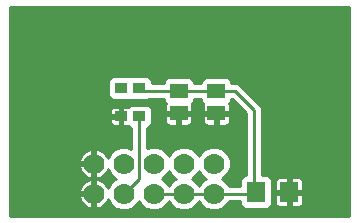
<source format=gtl>
G75*
%MOIN*%
%OFA0B0*%
%FSLAX25Y25*%
%IPPOS*%
%LPD*%
%AMOC8*
5,1,8,0,0,1.08239X$1,22.5*
%
%ADD10R,0.06299X0.07087*%
%ADD11R,0.05906X0.05118*%
%ADD12C,0.07000*%
%ADD13R,0.04331X0.03543*%
%ADD14C,0.01000*%
%ADD15C,0.02781*%
D10*
X0087986Y0045502D03*
X0099010Y0045502D03*
D11*
X0074748Y0071762D03*
X0074748Y0079242D03*
X0062248Y0079242D03*
X0062248Y0071762D03*
D12*
X0063941Y0055000D03*
X0073941Y0055000D03*
X0073941Y0045000D03*
X0063941Y0045000D03*
X0053941Y0045000D03*
X0043941Y0045000D03*
X0033941Y0045000D03*
X0033941Y0055000D03*
X0043941Y0055000D03*
X0053941Y0055000D03*
D13*
X0048951Y0070778D03*
X0043045Y0070778D03*
X0043045Y0080226D03*
X0048951Y0080226D03*
D14*
X0006000Y0107242D02*
X0006000Y0037502D01*
X0119047Y0037502D01*
X0119047Y0107242D01*
X0006000Y0107242D01*
X0006000Y0106892D02*
X0119047Y0106892D01*
X0119047Y0105893D02*
X0006000Y0105893D01*
X0006000Y0104895D02*
X0119047Y0104895D01*
X0119047Y0103896D02*
X0006000Y0103896D01*
X0006000Y0102898D02*
X0119047Y0102898D01*
X0119047Y0101899D02*
X0006000Y0101899D01*
X0006000Y0100901D02*
X0119047Y0100901D01*
X0119047Y0099902D02*
X0006000Y0099902D01*
X0006000Y0098904D02*
X0119047Y0098904D01*
X0119047Y0097905D02*
X0006000Y0097905D01*
X0006000Y0096907D02*
X0119047Y0096907D01*
X0119047Y0095908D02*
X0006000Y0095908D01*
X0006000Y0094910D02*
X0119047Y0094910D01*
X0119047Y0093911D02*
X0006000Y0093911D01*
X0006000Y0092913D02*
X0119047Y0092913D01*
X0119047Y0091914D02*
X0006000Y0091914D01*
X0006000Y0090916D02*
X0119047Y0090916D01*
X0119047Y0089917D02*
X0006000Y0089917D01*
X0006000Y0088919D02*
X0119047Y0088919D01*
X0119047Y0087920D02*
X0006000Y0087920D01*
X0006000Y0086922D02*
X0119047Y0086922D01*
X0119047Y0085923D02*
X0006000Y0085923D01*
X0006000Y0084925D02*
X0119047Y0084925D01*
X0119047Y0083926D02*
X0052158Y0083926D01*
X0051986Y0084098D02*
X0040010Y0084098D01*
X0038780Y0082868D01*
X0038780Y0077585D01*
X0040010Y0076355D01*
X0051986Y0076355D01*
X0052273Y0076642D01*
X0057195Y0076642D01*
X0057195Y0075813D01*
X0057975Y0075034D01*
X0057898Y0074900D01*
X0057795Y0074518D01*
X0057795Y0072262D01*
X0061748Y0072262D01*
X0061748Y0071262D01*
X0057795Y0071262D01*
X0057795Y0069005D01*
X0057898Y0068624D01*
X0058095Y0068282D01*
X0058374Y0068002D01*
X0058716Y0067805D01*
X0059098Y0067703D01*
X0061748Y0067703D01*
X0061748Y0071262D01*
X0062748Y0071262D01*
X0062748Y0072262D01*
X0066701Y0072262D01*
X0066701Y0074518D01*
X0066599Y0074900D01*
X0066521Y0075034D01*
X0067301Y0075813D01*
X0067301Y0076642D01*
X0069695Y0076642D01*
X0069695Y0075813D01*
X0070475Y0075034D01*
X0070398Y0074900D01*
X0070295Y0074518D01*
X0070295Y0072262D01*
X0074248Y0072262D01*
X0074248Y0071262D01*
X0070295Y0071262D01*
X0070295Y0069005D01*
X0070398Y0068624D01*
X0070595Y0068282D01*
X0070874Y0068002D01*
X0071216Y0067805D01*
X0071598Y0067703D01*
X0074248Y0067703D01*
X0074248Y0071262D01*
X0075248Y0071262D01*
X0075248Y0072262D01*
X0079201Y0072262D01*
X0079201Y0074518D01*
X0079099Y0074900D01*
X0079021Y0075034D01*
X0079801Y0075813D01*
X0079801Y0076652D01*
X0079921Y0076652D01*
X0084648Y0071925D01*
X0084648Y0051145D01*
X0083967Y0051145D01*
X0082737Y0049915D01*
X0082737Y0047600D01*
X0078925Y0047600D01*
X0078688Y0048172D01*
X0077113Y0049747D01*
X0076503Y0050000D01*
X0077113Y0050253D01*
X0078688Y0051828D01*
X0079541Y0053886D01*
X0079541Y0056114D01*
X0078688Y0058172D01*
X0077113Y0059747D01*
X0075055Y0060600D01*
X0072827Y0060600D01*
X0070769Y0059747D01*
X0069193Y0058172D01*
X0068941Y0057562D01*
X0068688Y0058172D01*
X0067113Y0059747D01*
X0065055Y0060600D01*
X0062827Y0060600D01*
X0060769Y0059747D01*
X0059193Y0058172D01*
X0058941Y0057562D01*
X0058688Y0058172D01*
X0057113Y0059747D01*
X0055055Y0060600D01*
X0052827Y0060600D01*
X0051551Y0060071D01*
X0051551Y0066906D01*
X0051986Y0066906D01*
X0053216Y0068136D01*
X0053216Y0073419D01*
X0051986Y0074649D01*
X0045916Y0074649D01*
X0045316Y0074049D01*
X0043431Y0074049D01*
X0043431Y0071163D01*
X0042659Y0071163D01*
X0042659Y0070392D01*
X0039380Y0070392D01*
X0039380Y0068808D01*
X0039482Y0068427D01*
X0039680Y0068085D01*
X0039959Y0067806D01*
X0040301Y0067608D01*
X0040682Y0067506D01*
X0042659Y0067506D01*
X0042659Y0070392D01*
X0043431Y0070392D01*
X0043431Y0067506D01*
X0045316Y0067506D01*
X0045916Y0066906D01*
X0046351Y0066906D01*
X0046351Y0060063D01*
X0045055Y0060600D01*
X0042827Y0060600D01*
X0040769Y0059747D01*
X0039193Y0058172D01*
X0038619Y0056784D01*
X0038575Y0056919D01*
X0038217Y0057621D01*
X0037755Y0058257D01*
X0037198Y0058814D01*
X0036562Y0059276D01*
X0035860Y0059634D01*
X0035112Y0059877D01*
X0034441Y0059983D01*
X0034441Y0055500D01*
X0033441Y0055500D01*
X0033441Y0059983D01*
X0032770Y0059877D01*
X0032022Y0059634D01*
X0031320Y0059276D01*
X0030684Y0058814D01*
X0030127Y0058257D01*
X0029665Y0057621D01*
X0029307Y0056919D01*
X0029064Y0056171D01*
X0028958Y0055500D01*
X0033441Y0055500D01*
X0033441Y0054500D01*
X0034441Y0054500D01*
X0034441Y0050017D01*
X0035112Y0050123D01*
X0035860Y0050366D01*
X0036562Y0050724D01*
X0037198Y0051186D01*
X0037755Y0051743D01*
X0038217Y0052379D01*
X0038575Y0053081D01*
X0038619Y0053216D01*
X0039193Y0051828D01*
X0040769Y0050253D01*
X0041379Y0050000D01*
X0040769Y0049747D01*
X0039193Y0048172D01*
X0038619Y0046784D01*
X0038575Y0046919D01*
X0038217Y0047621D01*
X0037755Y0048257D01*
X0037198Y0048814D01*
X0036562Y0049276D01*
X0035860Y0049634D01*
X0035112Y0049877D01*
X0034441Y0049983D01*
X0034441Y0045500D01*
X0033441Y0045500D01*
X0033441Y0049983D01*
X0032770Y0049877D01*
X0032022Y0049634D01*
X0031320Y0049276D01*
X0030684Y0048814D01*
X0030127Y0048257D01*
X0029665Y0047621D01*
X0029307Y0046919D01*
X0029064Y0046171D01*
X0028958Y0045500D01*
X0033441Y0045500D01*
X0033441Y0044500D01*
X0034441Y0044500D01*
X0034441Y0040017D01*
X0035112Y0040123D01*
X0035860Y0040366D01*
X0036562Y0040724D01*
X0037198Y0041186D01*
X0037755Y0041743D01*
X0038217Y0042379D01*
X0038575Y0043081D01*
X0038619Y0043216D01*
X0039193Y0041828D01*
X0040769Y0040253D01*
X0042827Y0039400D01*
X0045055Y0039400D01*
X0047113Y0040253D01*
X0048688Y0041828D01*
X0048941Y0042438D01*
X0049193Y0041828D01*
X0050769Y0040253D01*
X0052827Y0039400D01*
X0055055Y0039400D01*
X0057113Y0040253D01*
X0058688Y0041828D01*
X0058925Y0042400D01*
X0058957Y0042400D01*
X0059193Y0041828D01*
X0060769Y0040253D01*
X0062827Y0039400D01*
X0065055Y0039400D01*
X0067113Y0040253D01*
X0068688Y0041828D01*
X0068925Y0042400D01*
X0068957Y0042400D01*
X0069193Y0041828D01*
X0070769Y0040253D01*
X0072827Y0039400D01*
X0075055Y0039400D01*
X0077113Y0040253D01*
X0078688Y0041828D01*
X0078925Y0042400D01*
X0082737Y0042400D01*
X0082737Y0041089D01*
X0083967Y0039859D01*
X0092006Y0039859D01*
X0093236Y0041089D01*
X0093236Y0049915D01*
X0092006Y0051145D01*
X0089848Y0051145D01*
X0089848Y0073519D01*
X0089452Y0074475D01*
X0088721Y0075206D01*
X0082471Y0081456D01*
X0081515Y0081852D01*
X0079801Y0081852D01*
X0079801Y0082671D01*
X0078571Y0083901D01*
X0070925Y0083901D01*
X0069695Y0082671D01*
X0069695Y0081842D01*
X0067301Y0081842D01*
X0067301Y0082671D01*
X0066071Y0083901D01*
X0058425Y0083901D01*
X0057195Y0082671D01*
X0057195Y0081842D01*
X0053216Y0081842D01*
X0053216Y0082868D01*
X0051986Y0084098D01*
X0053156Y0082928D02*
X0057452Y0082928D01*
X0057195Y0081929D02*
X0053216Y0081929D01*
X0049935Y0079242D02*
X0062248Y0079242D01*
X0074748Y0079242D01*
X0074758Y0079252D01*
X0080998Y0079252D01*
X0087248Y0073002D01*
X0087248Y0045000D01*
X0073941Y0045000D01*
X0063941Y0045000D01*
X0053941Y0045000D01*
X0057851Y0040990D02*
X0060031Y0040990D01*
X0059127Y0041989D02*
X0058755Y0041989D01*
X0056483Y0039992D02*
X0061399Y0039992D01*
X0066483Y0039992D02*
X0071399Y0039992D01*
X0070031Y0040990D02*
X0067851Y0040990D01*
X0068755Y0041989D02*
X0069127Y0041989D01*
X0068957Y0047600D02*
X0068925Y0047600D01*
X0068688Y0048172D01*
X0067113Y0049747D01*
X0066503Y0050000D01*
X0067113Y0050253D01*
X0068688Y0051828D01*
X0068941Y0052438D01*
X0069193Y0051828D01*
X0070769Y0050253D01*
X0071379Y0050000D01*
X0070769Y0049747D01*
X0069193Y0048172D01*
X0068957Y0047600D01*
X0069114Y0047980D02*
X0068768Y0047980D01*
X0067882Y0048978D02*
X0070000Y0048978D01*
X0071322Y0049977D02*
X0066560Y0049977D01*
X0067836Y0050975D02*
X0070046Y0050975D01*
X0069133Y0051974D02*
X0068749Y0051974D01*
X0061379Y0050000D02*
X0060769Y0049747D01*
X0059193Y0048172D01*
X0058957Y0047600D01*
X0058925Y0047600D01*
X0058688Y0048172D01*
X0057113Y0049747D01*
X0056503Y0050000D01*
X0057113Y0050253D01*
X0058688Y0051828D01*
X0058941Y0052438D01*
X0059193Y0051828D01*
X0060769Y0050253D01*
X0061379Y0050000D01*
X0061322Y0049977D02*
X0056560Y0049977D01*
X0057836Y0050975D02*
X0060046Y0050975D01*
X0059133Y0051974D02*
X0058749Y0051974D01*
X0057882Y0048978D02*
X0060000Y0048978D01*
X0059114Y0047980D02*
X0058768Y0047980D01*
X0050031Y0040990D02*
X0047851Y0040990D01*
X0048755Y0041989D02*
X0049127Y0041989D01*
X0051399Y0039992D02*
X0046483Y0039992D01*
X0041399Y0039992D02*
X0006000Y0039992D01*
X0006000Y0040990D02*
X0030954Y0040990D01*
X0030684Y0041186D02*
X0031320Y0040724D01*
X0032022Y0040366D01*
X0032770Y0040123D01*
X0033441Y0040017D01*
X0033441Y0044500D01*
X0028958Y0044500D01*
X0029064Y0043829D01*
X0029307Y0043081D01*
X0029665Y0042379D01*
X0030127Y0041743D01*
X0030684Y0041186D01*
X0029949Y0041989D02*
X0006000Y0041989D01*
X0006000Y0042987D02*
X0029355Y0042987D01*
X0029039Y0043986D02*
X0006000Y0043986D01*
X0006000Y0044984D02*
X0033441Y0044984D01*
X0033441Y0043986D02*
X0034441Y0043986D01*
X0034441Y0042987D02*
X0033441Y0042987D01*
X0033441Y0041989D02*
X0034441Y0041989D01*
X0034441Y0040990D02*
X0033441Y0040990D01*
X0036928Y0040990D02*
X0040031Y0040990D01*
X0039127Y0041989D02*
X0037933Y0041989D01*
X0038527Y0042987D02*
X0038713Y0042987D01*
X0034441Y0045983D02*
X0033441Y0045983D01*
X0033441Y0046981D02*
X0034441Y0046981D01*
X0034441Y0047980D02*
X0033441Y0047980D01*
X0033441Y0048978D02*
X0034441Y0048978D01*
X0034441Y0049977D02*
X0033441Y0049977D01*
X0033441Y0050017D02*
X0033441Y0054500D01*
X0028958Y0054500D01*
X0029064Y0053829D01*
X0029307Y0053081D01*
X0029665Y0052379D01*
X0030127Y0051743D01*
X0030684Y0051186D01*
X0031320Y0050724D01*
X0032022Y0050366D01*
X0032770Y0050123D01*
X0033441Y0050017D01*
X0033400Y0049977D02*
X0006000Y0049977D01*
X0006000Y0050975D02*
X0030974Y0050975D01*
X0029959Y0051974D02*
X0006000Y0051974D01*
X0006000Y0052972D02*
X0029363Y0052972D01*
X0029042Y0053971D02*
X0006000Y0053971D01*
X0006000Y0054969D02*
X0033441Y0054969D01*
X0033441Y0053971D02*
X0034441Y0053971D01*
X0034441Y0052972D02*
X0033441Y0052972D01*
X0033441Y0051974D02*
X0034441Y0051974D01*
X0034441Y0050975D02*
X0033441Y0050975D01*
X0034482Y0049977D02*
X0041322Y0049977D01*
X0040046Y0050975D02*
X0036908Y0050975D01*
X0037923Y0051974D02*
X0039133Y0051974D01*
X0038719Y0052972D02*
X0038519Y0052972D01*
X0040000Y0048978D02*
X0036972Y0048978D01*
X0037956Y0047980D02*
X0039114Y0047980D01*
X0038700Y0046981D02*
X0038543Y0046981D01*
X0043941Y0045000D02*
X0048951Y0050010D01*
X0048951Y0070778D01*
X0053216Y0070945D02*
X0057795Y0070945D01*
X0057795Y0069947D02*
X0053216Y0069947D01*
X0053216Y0068948D02*
X0057811Y0068948D01*
X0058465Y0067950D02*
X0053030Y0067950D01*
X0052031Y0066951D02*
X0084648Y0066951D01*
X0084648Y0065953D02*
X0051551Y0065953D01*
X0051551Y0064954D02*
X0084648Y0064954D01*
X0084648Y0063956D02*
X0051551Y0063956D01*
X0051551Y0062957D02*
X0084648Y0062957D01*
X0084648Y0061959D02*
X0051551Y0061959D01*
X0051551Y0060960D02*
X0084648Y0060960D01*
X0084648Y0059962D02*
X0076596Y0059962D01*
X0077897Y0058963D02*
X0084648Y0058963D01*
X0084648Y0057965D02*
X0078774Y0057965D01*
X0079188Y0056966D02*
X0084648Y0056966D01*
X0084648Y0055968D02*
X0079541Y0055968D01*
X0079541Y0054969D02*
X0084648Y0054969D01*
X0084648Y0053971D02*
X0079541Y0053971D01*
X0079162Y0052972D02*
X0084648Y0052972D01*
X0084648Y0051974D02*
X0078749Y0051974D01*
X0077836Y0050975D02*
X0083797Y0050975D01*
X0082798Y0049977D02*
X0076560Y0049977D01*
X0077882Y0048978D02*
X0082737Y0048978D01*
X0082737Y0047980D02*
X0078768Y0047980D01*
X0078755Y0041989D02*
X0082737Y0041989D01*
X0082835Y0040990D02*
X0077851Y0040990D01*
X0076483Y0039992D02*
X0083834Y0039992D01*
X0087248Y0045000D02*
X0087484Y0045000D01*
X0087986Y0045502D01*
X0093236Y0045983D02*
X0098510Y0045983D01*
X0098510Y0046002D02*
X0098510Y0045002D01*
X0099510Y0045002D01*
X0099510Y0046002D01*
X0103659Y0046002D01*
X0103659Y0049243D01*
X0103557Y0049624D01*
X0103360Y0049966D01*
X0103080Y0050246D01*
X0102738Y0050443D01*
X0102357Y0050545D01*
X0099510Y0050545D01*
X0099510Y0046002D01*
X0098510Y0046002D01*
X0098510Y0050545D01*
X0095663Y0050545D01*
X0095281Y0050443D01*
X0094939Y0050246D01*
X0094660Y0049966D01*
X0094462Y0049624D01*
X0094360Y0049243D01*
X0094360Y0046002D01*
X0098510Y0046002D01*
X0098510Y0046981D02*
X0099510Y0046981D01*
X0099510Y0045983D02*
X0119047Y0045983D01*
X0119047Y0046981D02*
X0103659Y0046981D01*
X0103659Y0047980D02*
X0119047Y0047980D01*
X0119047Y0048978D02*
X0103659Y0048978D01*
X0103349Y0049977D02*
X0119047Y0049977D01*
X0119047Y0050975D02*
X0092176Y0050975D01*
X0093174Y0049977D02*
X0094670Y0049977D01*
X0094360Y0048978D02*
X0093236Y0048978D01*
X0093236Y0047980D02*
X0094360Y0047980D01*
X0094360Y0046981D02*
X0093236Y0046981D01*
X0093236Y0044984D02*
X0094360Y0044984D01*
X0094360Y0045002D02*
X0094360Y0041761D01*
X0094462Y0041380D01*
X0094660Y0041038D01*
X0094939Y0040758D01*
X0095281Y0040561D01*
X0095663Y0040459D01*
X0098510Y0040459D01*
X0098510Y0045002D01*
X0094360Y0045002D01*
X0094360Y0043986D02*
X0093236Y0043986D01*
X0093236Y0042987D02*
X0094360Y0042987D01*
X0094360Y0041989D02*
X0093236Y0041989D01*
X0093137Y0040990D02*
X0094708Y0040990D01*
X0092139Y0039992D02*
X0119047Y0039992D01*
X0119047Y0040990D02*
X0103312Y0040990D01*
X0103360Y0041038D02*
X0103557Y0041380D01*
X0103659Y0041761D01*
X0103659Y0045002D01*
X0099510Y0045002D01*
X0099510Y0040459D01*
X0102357Y0040459D01*
X0102738Y0040561D01*
X0103080Y0040758D01*
X0103360Y0041038D01*
X0103659Y0041989D02*
X0119047Y0041989D01*
X0119047Y0042987D02*
X0103659Y0042987D01*
X0103659Y0043986D02*
X0119047Y0043986D01*
X0119047Y0044984D02*
X0103659Y0044984D01*
X0099510Y0044984D02*
X0098510Y0044984D01*
X0098510Y0043986D02*
X0099510Y0043986D01*
X0099510Y0042987D02*
X0098510Y0042987D01*
X0098510Y0041989D02*
X0099510Y0041989D01*
X0099510Y0040990D02*
X0098510Y0040990D01*
X0098510Y0047980D02*
X0099510Y0047980D01*
X0099510Y0048978D02*
X0098510Y0048978D01*
X0098510Y0049977D02*
X0099510Y0049977D01*
X0089848Y0051974D02*
X0119047Y0051974D01*
X0119047Y0052972D02*
X0089848Y0052972D01*
X0089848Y0053971D02*
X0119047Y0053971D01*
X0119047Y0054969D02*
X0089848Y0054969D01*
X0089848Y0055968D02*
X0119047Y0055968D01*
X0119047Y0056966D02*
X0089848Y0056966D01*
X0089848Y0057965D02*
X0119047Y0057965D01*
X0119047Y0058963D02*
X0089848Y0058963D01*
X0089848Y0059962D02*
X0119047Y0059962D01*
X0119047Y0060960D02*
X0089848Y0060960D01*
X0089848Y0061959D02*
X0119047Y0061959D01*
X0119047Y0062957D02*
X0089848Y0062957D01*
X0089848Y0063956D02*
X0119047Y0063956D01*
X0119047Y0064954D02*
X0089848Y0064954D01*
X0089848Y0065953D02*
X0119047Y0065953D01*
X0119047Y0066951D02*
X0089848Y0066951D01*
X0089848Y0067950D02*
X0119047Y0067950D01*
X0119047Y0068948D02*
X0089848Y0068948D01*
X0089848Y0069947D02*
X0119047Y0069947D01*
X0119047Y0070945D02*
X0089848Y0070945D01*
X0089848Y0071944D02*
X0119047Y0071944D01*
X0119047Y0072942D02*
X0089848Y0072942D01*
X0089673Y0073941D02*
X0119047Y0073941D01*
X0119047Y0074939D02*
X0088987Y0074939D01*
X0087989Y0075938D02*
X0119047Y0075938D01*
X0119047Y0076936D02*
X0086990Y0076936D01*
X0085992Y0077935D02*
X0119047Y0077935D01*
X0119047Y0078933D02*
X0084993Y0078933D01*
X0083995Y0079932D02*
X0119047Y0079932D01*
X0119047Y0080931D02*
X0082996Y0080931D01*
X0079801Y0081929D02*
X0119047Y0081929D01*
X0119047Y0082928D02*
X0079544Y0082928D01*
X0079801Y0075938D02*
X0080635Y0075938D01*
X0081634Y0074939D02*
X0079076Y0074939D01*
X0079201Y0073941D02*
X0082632Y0073941D01*
X0083631Y0072942D02*
X0079201Y0072942D01*
X0079201Y0071262D02*
X0079201Y0069005D01*
X0079099Y0068624D01*
X0078901Y0068282D01*
X0078622Y0068002D01*
X0078280Y0067805D01*
X0077898Y0067703D01*
X0075248Y0067703D01*
X0075248Y0071262D01*
X0079201Y0071262D01*
X0079201Y0070945D02*
X0084648Y0070945D01*
X0084648Y0069947D02*
X0079201Y0069947D01*
X0079186Y0068948D02*
X0084648Y0068948D01*
X0084648Y0067950D02*
X0078531Y0067950D01*
X0075248Y0067950D02*
X0074248Y0067950D01*
X0074248Y0068948D02*
X0075248Y0068948D01*
X0075248Y0069947D02*
X0074248Y0069947D01*
X0074248Y0070945D02*
X0075248Y0070945D01*
X0075248Y0071944D02*
X0084629Y0071944D01*
X0074248Y0071944D02*
X0062748Y0071944D01*
X0062748Y0071262D02*
X0066701Y0071262D01*
X0066701Y0069005D01*
X0066599Y0068624D01*
X0066401Y0068282D01*
X0066122Y0068002D01*
X0065780Y0067805D01*
X0065398Y0067703D01*
X0062748Y0067703D01*
X0062748Y0071262D01*
X0062748Y0070945D02*
X0061748Y0070945D01*
X0061748Y0069947D02*
X0062748Y0069947D01*
X0062748Y0068948D02*
X0061748Y0068948D01*
X0061748Y0067950D02*
X0062748Y0067950D01*
X0066031Y0067950D02*
X0070965Y0067950D01*
X0070311Y0068948D02*
X0066686Y0068948D01*
X0066701Y0069947D02*
X0070295Y0069947D01*
X0070295Y0070945D02*
X0066701Y0070945D01*
X0066701Y0072942D02*
X0070295Y0072942D01*
X0070295Y0073941D02*
X0066701Y0073941D01*
X0066576Y0074939D02*
X0070420Y0074939D01*
X0069695Y0075938D02*
X0067301Y0075938D01*
X0061748Y0071944D02*
X0053216Y0071944D01*
X0053216Y0072942D02*
X0057795Y0072942D01*
X0057795Y0073941D02*
X0052694Y0073941D01*
X0057195Y0075938D02*
X0006000Y0075938D01*
X0006000Y0076936D02*
X0039428Y0076936D01*
X0038780Y0077935D02*
X0006000Y0077935D01*
X0006000Y0078933D02*
X0038780Y0078933D01*
X0038780Y0079932D02*
X0006000Y0079932D01*
X0006000Y0080931D02*
X0038780Y0080931D01*
X0038780Y0081929D02*
X0006000Y0081929D01*
X0006000Y0082928D02*
X0038840Y0082928D01*
X0039838Y0083926D02*
X0006000Y0083926D01*
X0006000Y0074939D02*
X0057920Y0074939D01*
X0049935Y0079242D02*
X0048951Y0080226D01*
X0043431Y0073941D02*
X0042659Y0073941D01*
X0042659Y0074049D02*
X0040682Y0074049D01*
X0040301Y0073947D01*
X0039959Y0073749D01*
X0039680Y0073470D01*
X0039482Y0073128D01*
X0039380Y0072747D01*
X0039380Y0071163D01*
X0042659Y0071163D01*
X0042659Y0074049D01*
X0042659Y0072942D02*
X0043431Y0072942D01*
X0043431Y0071944D02*
X0042659Y0071944D01*
X0042659Y0070945D02*
X0006000Y0070945D01*
X0006000Y0069947D02*
X0039380Y0069947D01*
X0039380Y0068948D02*
X0006000Y0068948D01*
X0006000Y0067950D02*
X0039815Y0067950D01*
X0042659Y0067950D02*
X0043431Y0067950D01*
X0043431Y0068948D02*
X0042659Y0068948D01*
X0042659Y0069947D02*
X0043431Y0069947D01*
X0045870Y0066951D02*
X0006000Y0066951D01*
X0006000Y0065953D02*
X0046351Y0065953D01*
X0046351Y0064954D02*
X0006000Y0064954D01*
X0006000Y0063956D02*
X0046351Y0063956D01*
X0046351Y0062957D02*
X0006000Y0062957D01*
X0006000Y0061959D02*
X0046351Y0061959D01*
X0046351Y0060960D02*
X0006000Y0060960D01*
X0006000Y0059962D02*
X0033306Y0059962D01*
X0033441Y0059962D02*
X0034441Y0059962D01*
X0034576Y0059962D02*
X0041286Y0059962D01*
X0039985Y0058963D02*
X0036992Y0058963D01*
X0037967Y0057965D02*
X0039108Y0057965D01*
X0038694Y0056966D02*
X0038551Y0056966D01*
X0034441Y0056966D02*
X0033441Y0056966D01*
X0033441Y0055968D02*
X0034441Y0055968D01*
X0034441Y0057965D02*
X0033441Y0057965D01*
X0033441Y0058963D02*
X0034441Y0058963D01*
X0030889Y0058963D02*
X0006000Y0058963D01*
X0006000Y0057965D02*
X0029915Y0057965D01*
X0029331Y0056966D02*
X0006000Y0056966D01*
X0006000Y0055968D02*
X0029032Y0055968D01*
X0030910Y0048978D02*
X0006000Y0048978D01*
X0006000Y0047980D02*
X0029925Y0047980D01*
X0029339Y0046981D02*
X0006000Y0046981D01*
X0006000Y0045983D02*
X0029034Y0045983D01*
X0006000Y0038993D02*
X0119047Y0038993D01*
X0119047Y0037995D02*
X0006000Y0037995D01*
X0006000Y0071944D02*
X0039380Y0071944D01*
X0039432Y0072942D02*
X0006000Y0072942D01*
X0006000Y0073941D02*
X0040290Y0073941D01*
X0056596Y0059962D02*
X0061286Y0059962D01*
X0059985Y0058963D02*
X0057897Y0058963D01*
X0058774Y0057965D02*
X0059108Y0057965D01*
X0066596Y0059962D02*
X0071286Y0059962D01*
X0069985Y0058963D02*
X0067897Y0058963D01*
X0068774Y0057965D02*
X0069108Y0057965D01*
X0069695Y0081929D02*
X0067301Y0081929D01*
X0067044Y0082928D02*
X0069952Y0082928D01*
D15*
X0068429Y0088120D03*
X0060555Y0088120D03*
X0052681Y0088120D03*
X0044807Y0088120D03*
X0036933Y0088120D03*
X0036933Y0080246D03*
X0036933Y0072372D03*
X0032996Y0064498D03*
X0025122Y0064498D03*
X0025122Y0056624D03*
X0025122Y0048750D03*
X0025122Y0040876D03*
X0040870Y0064498D03*
X0056618Y0064498D03*
X0064492Y0064498D03*
X0072366Y0064498D03*
X0080240Y0064498D03*
X0092051Y0064498D03*
X0092051Y0056624D03*
X0099925Y0052687D03*
X0107799Y0048750D03*
X0107799Y0040876D03*
X0092051Y0072372D03*
X0092051Y0080246D03*
X0084177Y0088120D03*
X0076303Y0088120D03*
M02*

</source>
